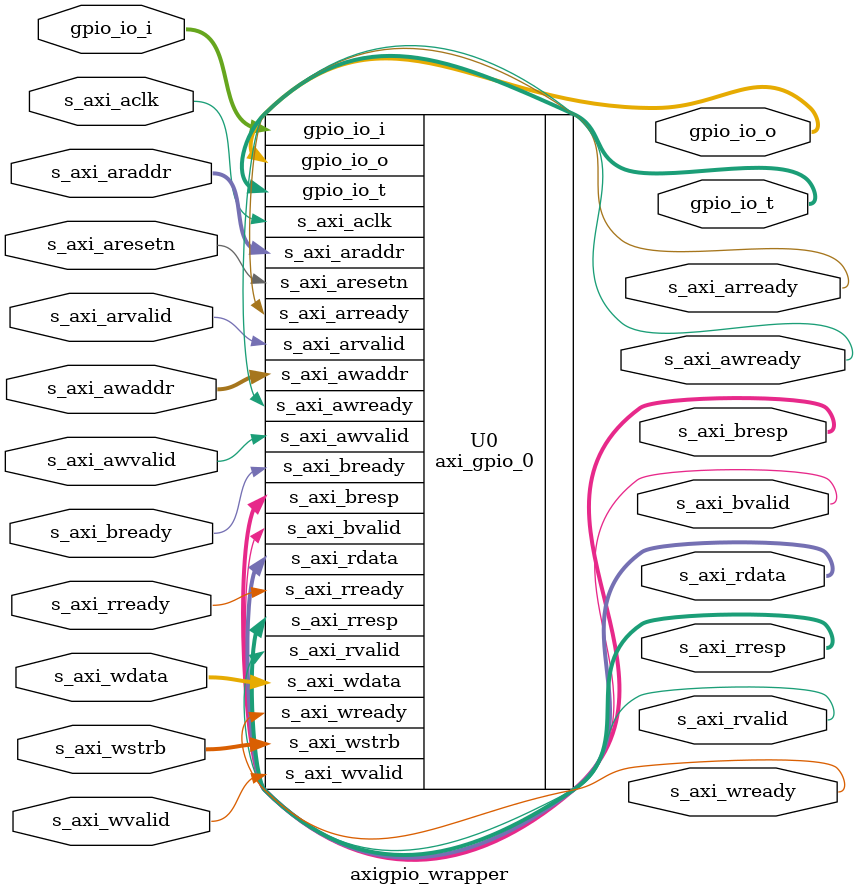
<source format=sv>
module axigpio_wrapper (
    input logic s_axi_aclk,
    input logic s_axi_aresetn,
    input logic [8:0] s_axi_awaddr,
    input logic s_axi_awvalid,
    output logic s_axi_awready,
    input logic [31:0] s_axi_wdata,
    input logic [3:0] s_axi_wstrb,
    input logic s_axi_wvalid,
    output logic s_axi_wready,
    output logic [1:0] s_axi_bresp,
    output logic s_axi_bvalid,
    input logic s_axi_bready,
    input logic [8:0] s_axi_araddr,
    input logic s_axi_arvalid,
    output logic s_axi_arready,
    output logic [31:0] s_axi_rdata,
    output logic [1:0] s_axi_rresp,
    output logic s_axi_rvalid,
    input logic s_axi_rready,
    input logic [31:0] gpio_io_i,
    output logic [31:0] gpio_io_o,
    output logic [31:0] gpio_io_t
);

    // Instantiate the VHDL AXI GPIO component
    axi_gpio_0 U0 (
        .s_axi_aclk(s_axi_aclk),
        .s_axi_aresetn(s_axi_aresetn),
        .s_axi_awaddr(s_axi_awaddr),
        .s_axi_awvalid(s_axi_awvalid),
        .s_axi_awready(s_axi_awready),
        .s_axi_wdata(s_axi_wdata),
        .s_axi_wstrb(s_axi_wstrb),
        .s_axi_wvalid(s_axi_wvalid),
        .s_axi_wready(s_axi_wready),
        .s_axi_bresp(s_axi_bresp),
        .s_axi_bvalid(s_axi_bvalid),
        .s_axi_bready(s_axi_bready),
        .s_axi_araddr(s_axi_araddr),
        .s_axi_arvalid(s_axi_arvalid),
        .s_axi_arready(s_axi_arready),
        .s_axi_rdata(s_axi_rdata),
        .s_axi_rresp(s_axi_rresp),
        .s_axi_rvalid(s_axi_rvalid),
        .s_axi_rready(s_axi_rready),
        .gpio_io_i(gpio_io_i),
        .gpio_io_o(gpio_io_o),
        .gpio_io_t(gpio_io_t)
    );

endmodule
</source>
